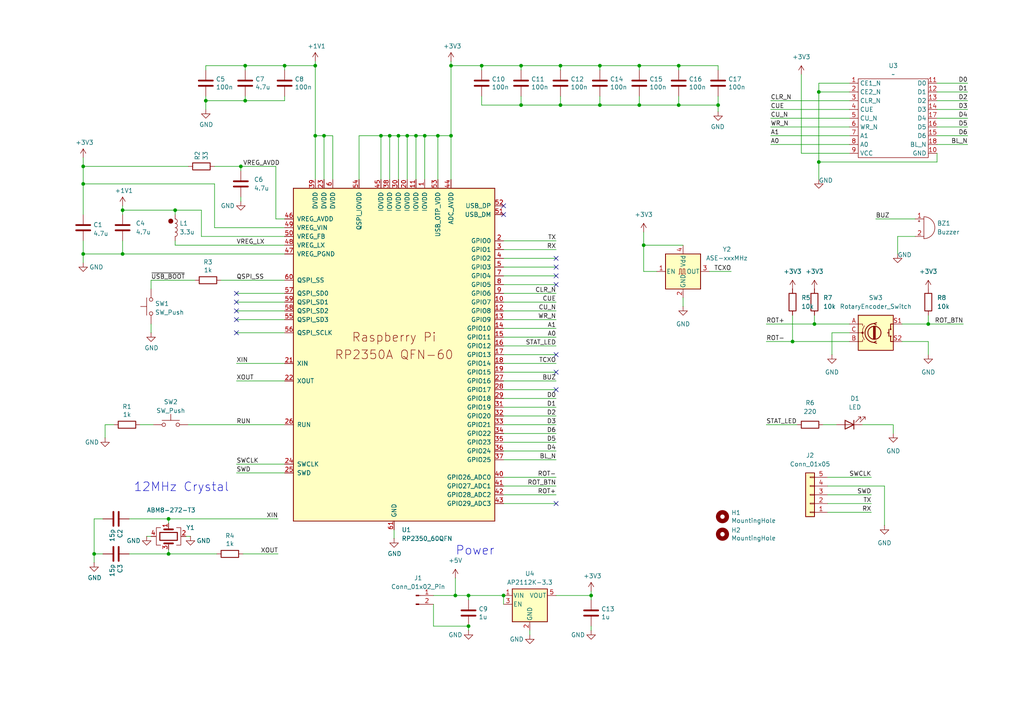
<source format=kicad_sch>
(kicad_sch (version 20250114) (generator "eeschema") (generator_version "9.0")
  (paper "A4")
  (lib_symbols
    (symbol "Connector:Conn_01x02_Pin" (pin_names (offset 1.016) (hide yes))
      (property "Reference" "J" (at 0 2.54 0))
      (property "Value" "Conn_01x02_Pin" (at 0 -5.08 0))
      (symbol "Conn_01x02_Pin_1_1"
        (rectangle (start 0.8636 0.127) (end 0 -0.127) (stroke (width 0.1524)) (fill (type outline)))
        (rectangle (start 0.8636 -2.413) (end 0 -2.667) (stroke (width 0.1524)) (fill (type outline)))
        (polyline (pts (xy 1.27 0) (xy 0.8636 0)) (stroke (width 0.1524)))
        (polyline (pts (xy 1.27 -2.54) (xy 0.8636 -2.54)) (stroke (width 0.1524)))
        (pin passive line (at 5.08 0 180) (length 3.81) (name "Pin_1") (number "1"))
        (pin passive line (at 5.08 -2.54 180) (length 3.81) (name "Pin_2") (number "2"))
      )
    )
    (symbol "Connector_Generic:Conn_01x05" (pin_names (offset 1.016) (hide yes))
      (property "Reference" "J" (at 0 7.62 0))
      (property "Value" "Conn_01x05" (at 0 -7.62 0))
      (symbol "Conn_01x05_1_1"
        (rectangle (start -1.27 6.35) (end 1.27 -6.35) (stroke (width 0.254)) (fill (type background)))
        (rectangle (start -1.27 5.207) (end 0 4.953) (stroke (width 0.1524)))
        (rectangle (start -1.27 2.667) (end 0 2.413) (stroke (width 0.1524)))
        (rectangle (start -1.27 0.127) (end 0 -0.127) (stroke (width 0.1524)))
        (rectangle (start -1.27 -2.413) (end 0 -2.667) (stroke (width 0.1524)))
        (rectangle (start -1.27 -4.953) (end 0 -5.207) (stroke (width 0.1524)))
        (pin passive line (at -5.08 5.08 0) (length 3.81) (name "Pin_1") (number "1"))
        (pin passive line (at -5.08 2.54 0) (length 3.81) (name "Pin_2") (number "2"))
        (pin passive line (at -5.08 0 0) (length 3.81) (name "Pin_3") (number "3"))
        (pin passive line (at -5.08 -2.54 0) (length 3.81) (name "Pin_4") (number "4"))
        (pin passive line (at -5.08 -5.08 0) (length 3.81) (name "Pin_5") (number "5"))
      )
    )
    (symbol "Custom:DL2416"
      (property "Reference" "U" (at 0 0 0))
      (symbol "DL2416_0_1"
        (rectangle (start -10.16 11.43) (end 10.16 -11.43))
      )
      (symbol "DL2416_1_1"
        (pin input line (at -12.7 10.16 0) (length 2.54) (name "CE1_N") (number "1"))
        (pin input line (at -12.7 7.62 0) (length 2.54) (name "CE2_N") (number "2"))
        (pin input line (at -12.7 5.08 0) (length 2.54) (name "CLR_N") (number "3"))
        (pin input line (at -12.7 2.54 0) (length 2.54) (name "CUE") (number "4"))
        (pin input line (at -12.7 0 0) (length 2.54) (name "CU_N") (number "5"))
        (pin input line (at -12.7 -2.54 0) (length 2.54) (name "WR_N") (number "6"))
        (pin input line (at -12.7 -5.08 0) (length 2.54) (name "A1") (number "7"))
        (pin input line (at -12.7 -7.62 0) (length 2.54) (name "A0") (number "8"))
        (pin input line (at -12.7 -10.16 0) (length 2.54) (name "VCC") (number "9"))
        (pin input line (at 12.7 10.16 180) (length 2.54) (name "D0") (number "11"))
        (pin input line (at 12.7 7.62 180) (length 2.54) (name "D1") (number "12"))
        (pin input line (at 12.7 5.08 180) (length 2.54) (name "D2") (number "13"))
        (pin input line (at 12.7 2.54 180) (length 2.54) (name "D3") (number "14"))
        (pin input line (at 12.7 0 180) (length 2.54) (name "D4") (number "17"))
        (pin input line (at 12.7 -2.54 180) (length 2.54) (name "D5") (number "16"))
        (pin input line (at 12.7 -5.08 180) (length 2.54) (name "D6") (number "15"))
        (pin input line (at 12.7 -7.62 180) (length 2.54) (name "BL_N") (number "18"))
        (pin input line (at 12.7 -10.16 180) (length 2.54) (name "GND") (number "10"))
      )
    )
    (symbol "Device:Buzzer" (pin_names (offset 0.0254) (hide yes))
      (property "Reference" "BZ" (at 3.81 1.27 0))
      (property "Value" "Buzzer" (at 3.81 -1.27 0))
      (symbol "Buzzer_0_1"
        (polyline (pts (xy -1.651 1.905) (xy -1.143 1.905)))
        (polyline (pts (xy -1.397 2.159) (xy -1.397 1.651)))
        (arc (start 0 3.175) (mid 3.1612 0) (end 0 -3.175))
        (polyline (pts (xy 0 3.175) (xy 0 -3.175)))
      )
      (symbol "Buzzer_1_1"
        (pin passive line (at -2.54 2.54 0) (length 2.54) (name "+") (number "1"))
        (pin passive line (at -2.54 -2.54 0) (length 2.54) (name "-") (number "2"))
      )
    )
    (symbol "Device:C" (pin_numbers (hide yes)) (pin_names (offset 0.254))
      (property "Reference" "C" (at 0.635 2.54 0))
      (property "Value" "C" (at 0.635 -2.54 0))
      (symbol "C_0_1"
        (polyline (pts (xy -2.032 0.762) (xy 2.032 0.762)) (stroke (width 0.508)))
        (polyline (pts (xy -2.032 -0.762) (xy 2.032 -0.762)) (stroke (width 0.508)))
      )
      (symbol "C_1_1"
        (pin passive line (at 0 3.81 270) (length 2.794) (name "~") (number "1"))
        (pin passive line (at 0 -3.81 90) (length 2.794) (name "~") (number "2"))
      )
    )
    (symbol "Device:Crystal_GND24" (pin_names (offset 1.016) (hide yes))
      (property "Reference" "Y" (at 3.175 5.08 0))
      (property "Value" "Crystal_GND24" (at 3.175 3.175 0))
      (symbol "Crystal_GND24_0_1"
        (polyline (pts (xy -2.54 2.286) (xy -2.54 3.556) (xy 2.54 3.556) (xy 2.54 2.286)))
        (polyline (pts (xy -2.54 0) (xy -2.032 0)))
        (polyline (pts (xy -2.54 -2.286) (xy -2.54 -3.556) (xy 2.54 -3.556) (xy 2.54 -2.286)))
        (polyline (pts (xy -2.032 -1.27) (xy -2.032 1.27)) (stroke (width 0.508)))
        (rectangle (start -1.143 2.54) (end 1.143 -2.54) (stroke (width 0.3048)))
        (polyline (pts (xy 0 3.556) (xy 0 3.81)))
        (polyline (pts (xy 0 -3.81) (xy 0 -3.556)))
        (polyline (pts (xy 2.032 0) (xy 2.54 0)))
        (polyline (pts (xy 2.032 -1.27) (xy 2.032 1.27)) (stroke (width 0.508)))
      )
      (symbol "Crystal_GND24_1_1"
        (pin passive line (at -3.81 0 0) (length 1.27) (name "1") (number "1"))
        (pin passive line (at 0 5.08 270) (length 1.27) (name "2") (number "2"))
        (pin passive line (at 0 -5.08 90) (length 1.27) (name "4") (number "4"))
        (pin passive line (at 3.81 0 180) (length 1.27) (name "3") (number "3"))
      )
    )
    (symbol "Device:L" (pin_numbers (hide yes)) (pin_names (offset 1.016) (hide yes))
      (property "Reference" "L" (at -1.27 0 90))
      (property "Value" "L" (at 1.905 0 90))
      (symbol "L_0_1"
        (arc (start 0 2.54) (mid 0.6323 1.905) (end 0 1.27))
        (arc (start 0 1.27) (mid 0.6323 0.635) (end 0 0))
        (arc (start 0 0) (mid 0.6323 -0.635) (end 0 -1.27))
        (arc (start 0 -1.27) (mid 0.6323 -1.905) (end 0 -2.54))
      )
      (symbol "L_1_1"
        (pin passive line (at 0 3.81 270) (length 1.27) (name "1") (number "1"))
        (pin passive line (at 0 -3.81 90) (length 1.27) (name "2") (number "2"))
      )
    )
    (symbol "Device:LED" (pin_numbers (hide yes)) (pin_names (offset 1.016) (hide yes))
      (property "Reference" "D" (at 0 2.54 0))
      (property "Value" "LED" (at 0 -2.54 0))
      (symbol "LED_0_1"
        (polyline (pts (xy -3.048 -0.762) (xy -4.572 -2.286) (xy -3.81 -2.286) (xy -4.572 -2.286) (xy -4.572 -1.524)))
        (polyline (pts (xy -1.778 -0.762) (xy -3.302 -2.286) (xy -2.54 -2.286) (xy -3.302 -2.286) (xy -3.302 -1.524)))
        (polyline (pts (xy -1.27 0) (xy 1.27 0)))
        (polyline (pts (xy -1.27 -1.27) (xy -1.27 1.27)) (stroke (width 0.254)))
        (polyline (pts (xy 1.27 -1.27) (xy 1.27 1.27) (xy -1.27 0) (xy 1.27 -1.27)) (stroke (width 0.254)))
      )
      (symbol "LED_1_1"
        (pin passive line (at -3.81 0 0) (length 2.54) (name "K") (number "1"))
        (pin passive line (at 3.81 0 180) (length 2.54) (name "A") (number "2"))
      )
    )
    (symbol "Device:R" (pin_numbers (hide yes)) (pin_names (offset 0))
      (property "Reference" "R" (at 2.032 0 90))
      (property "Value" "R" (at 0 0 90))
      (symbol "R_0_1"
        (rectangle (start -1.016 -2.54) (end 1.016 2.54) (stroke (width 0.254)))
      )
      (symbol "R_1_1"
        (pin passive line (at 0 3.81 270) (length 1.27) (name "~") (number "1"))
        (pin passive line (at 0 -3.81 90) (length 1.27) (name "~") (number "2"))
      )
    )
    (symbol "Device:RotaryEncoder_Switch" (pin_names (offset 0.254) (hide yes))
      (property "Reference" "SW" (at 0 6.604 0))
      (property "Value" "RotaryEncoder_Switch" (at 0 -6.604 0))
      (symbol "RotaryEncoder_Switch_0_1"
        (rectangle (start -5.08 5.08) (end 5.08 -5.08) (stroke (width 0.254)) (fill (type background)))
        (polyline (pts (xy -5.08 2.54) (xy -3.81 2.54) (xy -3.81 2.032)))
        (polyline (pts (xy -5.08 0) (xy -3.81 0) (xy -3.81 -1.016) (xy -3.302 -2.032)))
        (polyline (pts (xy -5.08 -2.54) (xy -3.81 -2.54) (xy -3.81 -2.032)))
        (polyline (pts (xy -4.318 0) (xy -3.81 0) (xy -3.81 1.016) (xy -3.302 2.032)))
        (circle (center -3.81 0) (radius 0.254) (fill (type outline)))
        (polyline (pts (xy -0.635 -1.778) (xy -0.635 1.778)) (stroke (width 0.254)))
        (circle (center -0.381 0) (radius 1.905) (stroke (width 0.254)))
        (polyline (pts (xy -0.381 -1.778) (xy -0.381 1.778)) (stroke (width 0.254)))
        (arc (start -0.381 -2.794) (mid -3.0988 -0.0635) (end -0.381 2.667) (stroke (width 0.254)))
        (polyline (pts (xy -0.127 1.778) (xy -0.127 -1.778)) (stroke (width 0.254)))
        (polyline (pts (xy 0.254 2.921) (xy -0.508 2.667) (xy 0.127 2.286)) (stroke (width 0.254)))
        (polyline (pts (xy 0.254 -3.048) (xy -0.508 -2.794) (xy 0.127 -2.413)) (stroke (width 0.254)))
        (polyline (pts (xy 3.81 1.016) (xy 3.81 -1.016)) (stroke (width 0.254)))
        (polyline (pts (xy 3.81 0) (xy 3.429 0)) (stroke (width 0.254)))
        (circle (center 4.318 1.016) (radius 0.127) (stroke (width 0.254)))
        (circle (center 4.318 -1.016) (radius 0.127) (stroke (width 0.254)))
        (polyline (pts (xy 5.08 2.54) (xy 4.318 2.54) (xy 4.318 1.016)) (stroke (width 0.254)))
        (polyline (pts (xy 5.08 -2.54) (xy 4.318 -2.54) (xy 4.318 -1.016)) (stroke (width 0.254)))
      )
      (symbol "RotaryEncoder_Switch_1_1"
        (pin passive line (at -7.62 2.54 0) (length 2.54) (name "A") (number "A"))
        (pin passive line (at -7.62 0 0) (length 2.54) (name "C") (number "C"))
        (pin passive line (at -7.62 -2.54 0) (length 2.54) (name "B") (number "B"))
        (pin passive line (at 7.62 2.54 180) (length 2.54) (name "S1") (number "S1"))
        (pin passive line (at 7.62 -2.54 180) (length 2.54) (name "S2") (number "S2"))
      )
    )
    (symbol "MCU_RaspberryPi_RP2350:RP2350_60QFN" (pin_names (offset 1.016))
      (property "Reference" "U" (at -29.21 49.53 0))
      (property "Value" "RP2350_60QFN" (at 24.13 -49.53 0))
      (symbol "RP2350_60QFN_0_0"
        (text "Raspberry Pi" (at 0 5.08 0) (effects (font (size 2.54 2.54))))
      )
      (symbol "RP2350_60QFN_0_1"
        (rectangle (start 29.21 48.26) (end -29.21 -48.26) (stroke (width 0.254)) (fill (type background)))
      )
      (symbol "RP2350_60QFN_1_0"
        (text "RP2350A QFN-60" (at 0 0 0) (effects (font (size 2.54 2.54))))
      )
      (symbol "RP2350_60QFN_1_1"
        (pin power_in line (at -31.75 39.37 0) (length 2.54) (name "VREG_AVDD") (number "46"))
        (pin power_in line (at -31.75 36.83 0) (length 2.54) (name "VREG_VIN") (number "49"))
        (pin input line (at -31.75 34.29 0) (length 2.54) (name "VREG_FB") (number "50"))
        (pin power_out line (at -31.75 31.75 0) (length 2.54) (name "VREG_LX") (number "48"))
        (pin power_in line (at -31.75 29.21 0) (length 2.54) (name "VREG_PGND") (number "47"))
        (pin bidirectional line (at -31.75 21.59 0) (length 2.54) (name "QSPI_SS") (number "60"))
        (pin bidirectional line (at -31.75 17.78 0) (length 2.54) (name "QSPI_SD0") (number "57"))
        (pin bidirectional line (at -31.75 15.24 0) (length 2.54) (name "QSPI_SD1") (number "59"))
        (pin bidirectional line (at -31.75 12.7 0) (length 2.54) (name "QSPI_SD2") (number "58"))
        (pin bidirectional line (at -31.75 10.16 0) (length 2.54) (name "QSPI_SD3") (number "55"))
        (pin output line (at -31.75 6.35 0) (length 2.54) (name "QSPI_SCLK") (number "56"))
        (pin input line (at -31.75 -2.54 0) (length 2.54) (name "XIN") (number "21"))
        (pin passive line (at -31.75 -7.62 0) (length 2.54) (name "XOUT") (number "22"))
        (pin input line (at -31.75 -20.32 0) (length 2.54) (name "RUN") (number "26"))
        (pin output line (at -31.75 -31.75 0) (length 2.54) (name "SWCLK") (number "24"))
        (pin bidirectional line (at -31.75 -34.29 0) (length 2.54) (name "SWD") (number "25"))
        (pin power_in line (at -22.86 50.8 270) (length 2.54) (name "DVDD") (number "39"))
        (pin power_in line (at -20.32 50.8 270) (length 2.54) (name "DVDD") (number "23"))
        (pin power_in line (at -17.78 50.8 270) (length 2.54) (name "DVDD") (number "6"))
        (pin power_in line (at -10.16 50.8 270) (length 2.54) (name "QSPI_IOVDD") (number "54"))
        (pin power_in line (at -3.81 50.8 270) (length 2.54) (name "IOVDD") (number "45"))
        (pin power_in line (at -1.27 50.8 270) (length 2.54) (name "IOVDD") (number "38"))
        (pin power_in line (at 0 -50.8 90) (length 2.54) (name "GND") (number "61"))
        (pin power_in line (at 1.27 50.8 270) (length 2.54) (name "IOVDD") (number "30"))
        (pin power_in line (at 3.81 50.8 270) (length 2.54) (name "IOVDD") (number "20"))
        (pin power_in line (at 6.35 50.8 270) (length 2.54) (name "IOVDD") (number "11"))
        (pin power_in line (at 8.89 50.8 270) (length 2.54) (name "IOVDD") (number "1"))
        (pin power_in line (at 12.7 50.8 270) (length 2.54) (name "USB_OTP_VDD") (number "53"))
        (pin power_in line (at 16.51 50.8 270) (length 2.54) (name "ADC_AVDD") (number "44"))
        (pin bidirectional line (at 31.75 43.18 180) (length 2.54) (name "USB_DP") (number "52"))
        (pin bidirectional line (at 31.75 40.64 180) (length 2.54) (name "USB_DM") (number "51"))
        (pin bidirectional line (at 31.75 33.02 180) (length 2.54) (name "GPIO0") (number "2"))
        (pin bidirectional line (at 31.75 30.48 180) (length 2.54) (name "GPIO1") (number "3"))
        (pin bidirectional line (at 31.75 27.94 180) (length 2.54) (name "GPIO2") (number "4"))
        (pin bidirectional line (at 31.75 25.4 180) (length 2.54) (name "GPIO3") (number "5"))
        (pin bidirectional line (at 31.75 22.86 180) (length 2.54) (name "GPIO4") (number "7"))
        (pin bidirectional line (at 31.75 20.32 180) (length 2.54) (name "GPIO5") (number "8"))
        (pin bidirectional line (at 31.75 17.78 180) (length 2.54) (name "GPIO6") (number "9"))
        (pin bidirectional line (at 31.75 15.24 180) (length 2.54) (name "GPIO7") (number "10"))
        (pin bidirectional line (at 31.75 12.7 180) (length 2.54) (name "GPIO8") (number "12"))
        (pin bidirectional line (at 31.75 10.16 180) (length 2.54) (name "GPIO9") (number "13"))
        (pin bidirectional line (at 31.75 7.62 180) (length 2.54) (name "GPIO10") (number "14"))
        (pin bidirectional line (at 31.75 5.08 180) (length 2.54) (name "GPIO11") (number "15"))
        (pin bidirectional line (at 31.75 2.54 180) (length 2.54) (name "GPIO12") (number "16"))
        (pin bidirectional line (at 31.75 0 180) (length 2.54) (name "GPIO13") (number "17"))
        (pin bidirectional line (at 31.75 -2.54 180) (length 2.54) (name "GPIO14") (number "18"))
        (pin bidirectional line (at 31.75 -5.08 180) (length 2.54) (name "GPIO15") (number "19"))
        (pin bidirectional line (at 31.75 -7.62 180) (length 2.54) (name "GPIO16") (number "27"))
        (pin bidirectional line (at 31.75 -10.16 180) (length 2.54) (name "GPIO17") (number "28"))
        (pin bidirectional line (at 31.75 -12.7 180) (length 2.54) (name "GPIO18") (number "29"))
        (pin bidirectional line (at 31.75 -15.24 180) (length 2.54) (name "GPIO19") (number "31"))
        (pin bidirectional line (at 31.75 -17.78 180) (length 2.54) (name "GPIO20") (number "32"))
        (pin bidirectional line (at 31.75 -20.32 180) (length 2.54) (name "GPIO21") (number "33"))
        (pin bidirectional line (at 31.75 -22.86 180) (length 2.54) (name "GPIO22") (number "34"))
        (pin bidirectional line (at 31.75 -25.4 180) (length 2.54) (name "GPIO23") (number "35"))
        (pin bidirectional line (at 31.75 -27.94 180) (length 2.54) (name "GPIO24") (number "36"))
        (pin bidirectional line (at 31.75 -30.48 180) (length 2.54) (name "GPIO25") (number "37"))
        (pin bidirectional line (at 31.75 -35.56 180) (length 2.54) (name "GPIO26_ADC0") (number "40"))
        (pin bidirectional line (at 31.75 -38.1 180) (length 2.54) (name "GPIO27_ADC1") (number "41"))
        (pin bidirectional line (at 31.75 -40.64 180) (length 2.54) (name "GPIO28_ADC2") (number "42"))
        (pin bidirectional line (at 31.75 -43.18 180) (length 2.54) (name "GPIO29_ADC3") (number "43"))
      )
    )
    (symbol "Mechanical:MountingHole" (pin_names (offset 1.016))
      (property "Reference" "H" (at 0 5.08 0))
      (property "Value" "MountingHole" (at 0 3.175 0))
      (symbol "MountingHole_0_1"
        (circle (center 0 0) (radius 1.27) (stroke (width 1.27)))
      )
    )
    (symbol "Oscillator:ASE-xxxMHz" (pin_names (offset 0.254))
      (property "Reference" "Y" (at -5.08 6.35 0))
      (property "Value" "ASE-xxxMHz" (at 1.27 -6.35 0))
      (symbol "ASE-xxxMHz_0_1"
        (rectangle (start -5.08 5.08) (end 5.08 -5.08) (stroke (width 0.254)) (fill (type background)))
        (polyline (pts (xy -1.27 -0.762) (xy -1.016 -0.762) (xy -1.016 0.762) (xy -0.508 0.762) (xy -0.508 -0.762) (xy 0 -0.762) (xy 0 0.762) (xy 0.508 0.762) (xy 0.508 -0.762) (xy 0.762 -0.762)))
      )
      (symbol "ASE-xxxMHz_1_1"
        (pin input line (at -7.62 0 0) (length 2.54) (name "EN") (number "1"))
        (pin power_in line (at 0 7.62 270) (length 2.54) (name "Vdd") (number "4"))
        (pin power_in line (at 0 -7.62 90) (length 2.54) (name "GND") (number "2"))
        (pin output line (at 7.62 0 180) (length 2.54) (name "OUT") (number "3"))
      )
    )
    (symbol "Regulator_Linear:AP2112K-3.3" (pin_names (offset 0.254))
      (property "Reference" "U" (at -5.08 5.715 0))
      (property "Value" "AP2112K-3.3" (at 0 5.715 0))
      (symbol "AP2112K-3.3_0_1"
        (rectangle (start -5.08 4.445) (end 5.08 -5.08) (stroke (width 0.254)) (fill (type background)))
      )
      (symbol "AP2112K-3.3_1_1"
        (pin power_in line (at -7.62 2.54 0) (length 2.54) (name "VIN") (number "1"))
        (pin input line (at -7.62 0 0) (length 2.54) (name "EN") (number "3"))
        (pin power_in line (at 0 -7.62 90) (length 2.54) (name "GND") (number "2"))
        (pin no_connect line (at 5.08 0 180) (length 2.54) (hide yes) (name "NC") (number "4"))
        (pin power_out line (at 7.62 2.54 180) (length 2.54) (name "VOUT") (number "5"))
      )
    )
    (symbol "Switch:SW_Push" (pin_numbers (hide yes)) (pin_names (offset 1.016) (hide yes))
      (property "Reference" "SW" (at 1.27 2.54 0))
      (property "Value" "SW_Push" (at 0 -1.524 0))
      (symbol "SW_Push_0_1"
        (circle (center -2.032 0) (radius 0.508))
        (polyline (pts (xy 0 1.27) (xy 0 3.048)))
        (circle (center 2.032 0) (radius 0.508))
        (polyline (pts (xy 2.54 1.27) (xy -2.54 1.27)))
        (pin passive line (at -5.08 0 0) (length 2.54) (name "1") (number "1"))
        (pin passive line (at 5.08 0 180) (length 2.54) (name "2") (number "2"))
      )
    )
    (symbol "power:+1V1" (power) (pin_names (offset 0))
      (property "Value" "+1V1" (at 0 3.556 0))
      (symbol "+1V1_0_1"
        (polyline (pts (xy -0.762 1.27) (xy 0 2.54)))
        (polyline (pts (xy 0 2.54) (xy 0.762 1.27)))
        (polyline (pts (xy 0 0) (xy 0 2.54)))
      )
      (symbol "+1V1_1_1"
        (pin power_in line (at 0 0 90) (length 0) (hide yes) (name "+1V1") (number "1"))
      )
    )
    (symbol "power:+3V3" (power) (pin_numbers (hide yes)) (pin_names (offset 0) (hide yes))
      (property "Value" "+3V3" (at 0 3.556 0))
      (symbol "+3V3_0_1"
        (polyline (pts (xy -0.762 1.27) (xy 0 2.54)))
        (polyline (pts (xy 0 2.54) (xy 0.762 1.27)))
        (polyline (pts (xy 0 0) (xy 0 2.54)))
      )
      (symbol "+3V3_1_1"
        (pin power_in line (at 0 0 90) (length 0) (name "~") (number "1"))
      )
    )
    (symbol "power:+5V" (power) (pin_numbers (hide yes)) (pin_names (offset 0) (hide yes))
      (property "Value" "+5V" (at 0 3.556 0))
      (symbol "+5V_0_1"
        (polyline (pts (xy -0.762 1.27) (xy 0 2.54)))
        (polyline (pts (xy 0 2.54) (xy 0.762 1.27)))
        (polyline (pts (xy 0 0) (xy 0 2.54)))
      )
      (symbol "+5V_1_1"
        (pin power_in line (at 0 0 90) (length 0) (name "~") (number "1"))
      )
    )
    (symbol "power:GND" (power) (pin_numbers (hide yes)) (pin_names (offset 0) (hide yes))
      (property "Value" "GND" (at 0 -3.81 0))
      (symbol "GND_0_1"
        (polyline (pts (xy 0 0) (xy 0 -1.27) (xy 1.27 -1.27) (xy 0 -2.54) (xy -1.27 -1.27) (xy 0 -1.27)))
      )
      (symbol "GND_1_1"
        (pin power_in line (at 0 0 270) (length 0) (name "~") (number "1"))
      )
    )
  )
  (circle (center 49.53 64.135) (radius 0.635) (stroke (width 0) (color 132 0 0 1)) (fill (type color) (color 132 0 0 1)))
  (text "12MHz Crystal" (at 38.735 142.875 0) (effects (font (size 2.54 2.54)) (justify left bottom)))
  (text "Power" (at 132.08 161.29 0) (effects (font (size 2.54 2.54)) (justify left bottom)))
  (junction (at 135.89 172.72))
  (junction (at 236.22 93.98))
  (junction (at 50.8 60.96))
  (junction (at 269.24 93.98))
  (junction (at 24.13 73.66))
  (junction (at 113.03 39.37))
  (junction (at 146.05 172.72))
  (junction (at 208.28 30.48))
  (junction (at 24.13 48.26))
  (junction (at 237.49 46.99))
  (junction (at 151.13 19.05))
  (junction (at 118.11 39.37))
  (junction (at 185.42 19.05))
  (junction (at 196.85 30.48))
  (junction (at 27.305 160.655))
  (junction (at 71.12 19.05))
  (junction (at 186.69 71.12))
  (junction (at 196.85 19.05))
  (junction (at 115.57 39.37))
  (junction (at 130.81 39.37))
  (junction (at 48.895 160.655))
  (junction (at 127 39.37))
  (junction (at 162.56 30.48))
  (junction (at 91.44 39.37))
  (junction (at 171.45 172.72))
  (junction (at 151.13 30.48))
  (junction (at 229.87 99.06))
  (junction (at 173.99 19.05))
  (junction (at 48.895 150.495))
  (junction (at 185.42 30.48))
  (junction (at 173.99 30.48))
  (junction (at 123.19 39.37))
  (junction (at 24.13 53.34))
  (junction (at 130.81 19.05))
  (junction (at 35.56 60.96))
  (junction (at 110.49 39.37))
  (junction (at 82.55 19.05))
  (junction (at 135.89 181.61))
  (junction (at 162.56 19.05))
  (junction (at 35.56 73.66))
  (junction (at 93.98 39.37))
  (junction (at 91.44 19.05))
  (junction (at 120.65 39.37))
  (junction (at 59.69 29.21))
  (junction (at 69.85 48.26))
  (junction (at 139.7 19.05))
  (junction (at 71.12 29.21))
  (junction (at 237.49 26.67))
  (junction (at 132.08 172.72))
  (no_connect (at 68.58 85.09))
  (no_connect (at 68.58 87.63))
  (no_connect (at 161.29 146.05))
  (no_connect (at 146.05 62.23))
  (no_connect (at 161.29 107.95))
  (no_connect (at 68.58 90.17))
  (no_connect (at 161.29 113.03))
  (no_connect (at 146.05 59.69))
  (no_connect (at 68.58 92.71))
  (no_connect (at 161.29 80.01))
  (no_connect (at 161.29 74.93))
  (no_connect (at 161.29 102.87))
  (no_connect (at 68.58 96.52))
  (no_connect (at 161.29 82.55))
  (no_connect (at 161.29 77.47))
  (wire (pts (xy 208.28 20.32) (xy 208.28 19.05)))
  (wire (pts (xy 146.05 87.63) (xy 161.29 87.63)))
  (wire (pts (xy 110.49 52.07) (xy 110.49 39.37)))
  (wire (pts (xy 37.465 150.495) (xy 48.895 150.495)))
  (wire (pts (xy 104.14 39.37) (xy 110.49 39.37)))
  (wire (pts (xy 115.57 39.37) (xy 118.11 39.37)))
  (wire (pts (xy 139.7 20.32) (xy 139.7 19.05)))
  (wire (pts (xy 71.12 20.32) (xy 71.12 19.05)))
  (wire (pts (xy 24.13 48.26) (xy 24.13 53.34)))
  (wire (pts (xy 33.02 123.19) (xy 30.48 123.19)))
  (wire (pts (xy 173.99 20.32) (xy 173.99 19.05)))
  (wire (pts (xy 229.87 99.06) (xy 246.38 99.06)))
  (wire (pts (xy 24.13 73.66) (xy 35.56 73.66)))
  (wire (pts (xy 59.69 27.94) (xy 59.69 29.21)))
  (wire (pts (xy 120.65 52.07) (xy 120.65 39.37)))
  (wire (pts (xy 146.05 110.49) (xy 161.29 110.49)))
  (wire (pts (xy 250.19 123.19) (xy 259.08 123.19)))
  (wire (pts (xy 71.12 19.05) (xy 82.55 19.05)))
  (wire (pts (xy 82.55 134.62) (xy 68.58 134.62)))
  (wire (pts (xy 223.52 34.29) (xy 246.38 34.29)))
  (wire (pts (xy 24.13 45.72) (xy 24.13 48.26)))
  (wire (pts (xy 271.78 41.91) (xy 280.67 41.91)))
  (wire (pts (xy 127 39.37) (xy 130.81 39.37)))
  (wire (pts (xy 196.85 30.48) (xy 208.28 30.48)))
  (wire (pts (xy 241.3 96.52) (xy 241.3 102.87)))
  (wire (pts (xy 146.05 172.72) (xy 135.89 172.72)))
  (wire (pts (xy 123.19 39.37) (xy 127 39.37)))
  (wire (pts (xy 256.54 140.97) (xy 256.54 152.4)))
  (wire (pts (xy 135.89 181.61) (xy 135.89 182.88)))
  (wire (pts (xy 146.05 133.35) (xy 161.29 133.35)))
  (wire (pts (xy 69.85 48.26) (xy 80.01 48.26)))
  (wire (pts (xy 186.69 71.12) (xy 186.69 78.74)))
  (wire (pts (xy 146.05 69.85) (xy 161.29 69.85)))
  (wire (pts (xy 151.13 19.05) (xy 162.56 19.05)))
  (wire (pts (xy 127 52.07) (xy 127 39.37)))
  (wire (pts (xy 68.58 85.09) (xy 82.55 85.09)))
  (wire (pts (xy 132.08 172.72) (xy 135.89 172.72)))
  (wire (pts (xy 196.85 27.94) (xy 196.85 30.48)))
  (wire (pts (xy 35.56 62.23) (xy 35.56 60.96)))
  (wire (pts (xy 37.465 160.655) (xy 48.895 160.655)))
  (wire (pts (xy 91.44 19.05) (xy 91.44 39.37)))
  (wire (pts (xy 146.05 146.05) (xy 161.29 146.05)))
  (wire (pts (xy 196.85 30.48) (xy 185.42 30.48)))
  (wire (pts (xy 104.14 52.07) (xy 104.14 39.37)))
  (wire (pts (xy 30.48 123.19) (xy 30.48 127)))
  (wire (pts (xy 237.49 24.13) (xy 237.49 26.67)))
  (wire (pts (xy 229.87 91.44) (xy 229.87 99.06)))
  (wire (pts (xy 146.05 80.01) (xy 161.29 80.01)))
  (wire (pts (xy 93.98 52.07) (xy 93.98 39.37)))
  (wire (pts (xy 146.05 105.41) (xy 161.29 105.41)))
  (wire (pts (xy 82.55 20.32) (xy 82.55 19.05)))
  (wire (pts (xy 146.05 115.57) (xy 161.29 115.57)))
  (wire (pts (xy 162.56 27.94) (xy 162.56 30.48)))
  (wire (pts (xy 70.485 160.655) (xy 80.645 160.655)))
  (wire (pts (xy 82.55 19.05) (xy 91.44 19.05)))
  (wire (pts (xy 223.52 39.37) (xy 246.38 39.37)))
  (wire (pts (xy 114.3 153.67) (xy 114.3 156.21)))
  (wire (pts (xy 43.815 81.28) (xy 43.815 83.82)))
  (wire (pts (xy 59.69 29.21) (xy 71.12 29.21)))
  (wire (pts (xy 171.45 173.99) (xy 171.45 172.72)))
  (wire (pts (xy 271.78 34.29) (xy 280.67 34.29)))
  (wire (pts (xy 146.05 102.87) (xy 161.29 102.87)))
  (wire (pts (xy 115.57 52.07) (xy 115.57 39.37)))
  (wire (pts (xy 96.52 39.37) (xy 96.52 52.07)))
  (wire (pts (xy 271.78 46.99) (xy 271.78 44.45)))
  (wire (pts (xy 59.69 19.05) (xy 71.12 19.05)))
  (wire (pts (xy 205.74 78.74) (xy 212.09 78.74)))
  (wire (pts (xy 173.99 27.94) (xy 173.99 30.48)))
  (wire (pts (xy 240.03 143.51) (xy 252.73 143.51)))
  (wire (pts (xy 271.78 31.75) (xy 280.67 31.75)))
  (wire (pts (xy 35.56 69.85) (xy 35.56 73.66)))
  (wire (pts (xy 24.13 69.85) (xy 24.13 73.66)))
  (wire (pts (xy 186.69 71.12) (xy 198.12 71.12)))
  (wire (pts (xy 185.42 19.05) (xy 196.85 19.05)))
  (wire (pts (xy 261.62 93.98) (xy 269.24 93.98)))
  (wire (pts (xy 222.25 99.06) (xy 229.87 99.06)))
  (wire (pts (xy 43.815 93.98) (xy 43.815 96.52)))
  (wire (pts (xy 238.76 123.19) (xy 242.57 123.19)))
  (wire (pts (xy 27.305 160.655) (xy 27.305 163.195)))
  (wire (pts (xy 185.42 20.32) (xy 185.42 19.05)))
  (wire (pts (xy 82.55 137.16) (xy 68.58 137.16)))
  (wire (pts (xy 130.81 39.37) (xy 130.81 52.07)))
  (wire (pts (xy 146.05 107.95) (xy 161.29 107.95)))
  (wire (pts (xy 91.44 39.37) (xy 91.44 52.07)))
  (wire (pts (xy 42.545 155.575) (xy 43.815 155.575)))
  (wire (pts (xy 48.895 150.495) (xy 80.645 150.495)))
  (wire (pts (xy 171.45 172.72) (xy 171.45 171.45)))
  (wire (pts (xy 71.12 29.21) (xy 82.55 29.21)))
  (wire (pts (xy 93.98 39.37) (xy 96.52 39.37)))
  (wire (pts (xy 151.13 27.94) (xy 151.13 30.48)))
  (wire (pts (xy 24.13 48.26) (xy 54.61 48.26)))
  (wire (pts (xy 71.12 27.94) (xy 71.12 29.21)))
  (wire (pts (xy 58.42 68.58) (xy 58.42 60.96)))
  (wire (pts (xy 146.05 123.19) (xy 161.29 123.19)))
  (wire (pts (xy 48.895 160.655) (xy 62.865 160.655)))
  (wire (pts (xy 146.05 143.51) (xy 161.29 143.51)))
  (wire (pts (xy 50.8 60.96) (xy 50.8 62.23)))
  (wire (pts (xy 118.11 52.07) (xy 118.11 39.37)))
  (wire (pts (xy 82.55 96.52) (xy 68.58 96.52)))
  (wire (pts (xy 146.05 82.55) (xy 161.29 82.55)))
  (wire (pts (xy 68.58 87.63) (xy 82.55 87.63)))
  (wire (pts (xy 146.05 85.09) (xy 161.29 85.09)))
  (wire (pts (xy 151.13 30.48) (xy 139.7 30.48)))
  (wire (pts (xy 68.58 105.41) (xy 82.55 105.41)))
  (wire (pts (xy 265.43 68.58) (xy 260.35 68.58)))
  (wire (pts (xy 132.08 167.64) (xy 132.08 172.72)))
  (wire (pts (xy 54.61 123.19) (xy 82.55 123.19)))
  (wire (pts (xy 259.08 123.19) (xy 259.08 125.73)))
  (wire (pts (xy 35.56 59.69) (xy 35.56 60.96)))
  (wire (pts (xy 173.99 19.05) (xy 185.42 19.05)))
  (wire (pts (xy 146.05 77.47) (xy 161.29 77.47)))
  (wire (pts (xy 82.55 110.49) (xy 68.58 110.49)))
  (wire (pts (xy 69.85 58.42) (xy 69.85 57.15)))
  (wire (pts (xy 50.8 71.12) (xy 50.8 69.85)))
  (wire (pts (xy 146.05 97.79) (xy 161.29 97.79)))
  (wire (pts (xy 146.05 125.73) (xy 161.29 125.73)))
  (wire (pts (xy 113.03 52.07) (xy 113.03 39.37)))
  (wire (pts (xy 146.05 130.81) (xy 161.29 130.81)))
  (wire (pts (xy 222.25 93.98) (xy 236.22 93.98)))
  (wire (pts (xy 186.69 78.74) (xy 190.5 78.74)))
  (wire (pts (xy 146.05 100.33) (xy 161.29 100.33)))
  (wire (pts (xy 130.81 19.05) (xy 130.81 39.37)))
  (wire (pts (xy 271.78 29.21) (xy 280.67 29.21)))
  (wire (pts (xy 146.05 74.93) (xy 161.29 74.93)))
  (wire (pts (xy 269.24 91.44) (xy 269.24 93.98)))
  (wire (pts (xy 185.42 27.94) (xy 185.42 30.48)))
  (wire (pts (xy 82.55 68.58) (xy 58.42 68.58)))
  (wire (pts (xy 125.73 175.26) (xy 125.73 181.61)))
  (wire (pts (xy 171.45 181.61) (xy 171.45 182.88)))
  (wire (pts (xy 162.56 30.48) (xy 151.13 30.48)))
  (wire (pts (xy 236.22 93.98) (xy 246.38 93.98)))
  (wire (pts (xy 240.03 138.43) (xy 252.73 138.43)))
  (wire (pts (xy 120.65 39.37) (xy 123.19 39.37)))
  (wire (pts (xy 161.29 172.72) (xy 171.45 172.72)))
  (wire (pts (xy 146.05 92.71) (xy 161.29 92.71)))
  (wire (pts (xy 146.05 140.97) (xy 161.29 140.97)))
  (wire (pts (xy 151.13 20.32) (xy 151.13 19.05)))
  (wire (pts (xy 146.05 95.25) (xy 161.29 95.25)))
  (wire (pts (xy 24.13 73.66) (xy 24.13 76.2)))
  (wire (pts (xy 68.58 90.17) (xy 82.55 90.17)))
  (wire (pts (xy 222.25 123.19) (xy 231.14 123.19)))
  (wire (pts (xy 139.7 27.94) (xy 139.7 30.48)))
  (wire (pts (xy 125.73 181.61) (xy 135.89 181.61)))
  (wire (pts (xy 223.52 31.75) (xy 246.38 31.75)))
  (wire (pts (xy 58.42 60.96) (xy 50.8 60.96)))
  (wire (pts (xy 135.89 173.99) (xy 135.89 172.72)))
  (wire (pts (xy 130.81 19.05) (xy 139.7 19.05)))
  (wire (pts (xy 196.85 19.05) (xy 208.28 19.05)))
  (wire (pts (xy 237.49 24.13) (xy 246.38 24.13)))
  (wire (pts (xy 246.38 96.52) (xy 241.3 96.52)))
  (wire (pts (xy 27.305 150.495) (xy 27.305 160.655)))
  (wire (pts (xy 56.515 81.28) (xy 43.815 81.28)))
  (wire (pts (xy 146.05 90.17) (xy 161.29 90.17)))
  (wire (pts (xy 254 63.5) (xy 265.43 63.5)))
  (wire (pts (xy 146.05 113.03) (xy 161.29 113.03)))
  (wire (pts (xy 223.52 36.83) (xy 246.38 36.83)))
  (wire (pts (xy 162.56 19.05) (xy 173.99 19.05)))
  (wire (pts (xy 208.28 30.48) (xy 208.28 32.385)))
  (wire (pts (xy 153.67 182.88) (xy 153.67 184.15)))
  (wire (pts (xy 35.56 73.66) (xy 82.55 73.66)))
  (wire (pts (xy 232.41 21.59) (xy 232.41 44.45)))
  (wire (pts (xy 198.12 86.36) (xy 198.12 88.9)))
  (wire (pts (xy 240.03 148.59) (xy 252.73 148.59)))
  (wire (pts (xy 125.73 172.72) (xy 132.08 172.72)))
  (wire (pts (xy 130.81 17.78) (xy 130.81 19.05)))
  (wire (pts (xy 69.85 48.26) (xy 69.85 49.53)))
  (wire (pts (xy 271.78 24.13) (xy 280.67 24.13)))
  (wire (pts (xy 269.24 93.98) (xy 279.4 93.98)))
  (wire (pts (xy 260.35 68.58) (xy 260.35 73.66)))
  (wire (pts (xy 237.49 46.99) (xy 237.49 52.07)))
  (wire (pts (xy 146.05 138.43) (xy 161.29 138.43)))
  (wire (pts (xy 24.13 53.34) (xy 24.13 62.23)))
  (wire (pts (xy 208.28 27.94) (xy 208.28 30.48)))
  (wire (pts (xy 113.03 39.37) (xy 115.57 39.37)))
  (wire (pts (xy 40.64 123.19) (xy 44.45 123.19)))
  (wire (pts (xy 146.05 118.11) (xy 161.29 118.11)))
  (wire (pts (xy 271.78 39.37) (xy 280.67 39.37)))
  (wire (pts (xy 80.01 63.5) (xy 82.55 63.5)))
  (wire (pts (xy 68.58 92.71) (xy 82.55 92.71)))
  (wire (pts (xy 48.895 151.765) (xy 48.895 150.495)))
  (wire (pts (xy 123.19 39.37) (xy 123.19 52.07)))
  (wire (pts (xy 269.24 99.06) (xy 269.24 102.87)))
  (wire (pts (xy 223.52 29.21) (xy 246.38 29.21)))
  (wire (pts (xy 237.49 26.67) (xy 237.49 46.99)))
  (wire (pts (xy 50.8 71.12) (xy 82.55 71.12)))
  (wire (pts (xy 240.03 146.05) (xy 252.73 146.05)))
  (wire (pts (xy 232.41 44.45) (xy 246.38 44.45)))
  (wire (pts (xy 237.49 26.67) (xy 246.38 26.67)))
  (wire (pts (xy 24.13 53.34) (xy 62.23 53.34)))
  (wire (pts (xy 53.975 155.575) (xy 55.245 155.575)))
  (wire (pts (xy 59.69 20.32) (xy 59.69 19.05)))
  (wire (pts (xy 62.23 53.34) (xy 62.23 66.04)))
  (wire (pts (xy 146.05 128.27) (xy 161.29 128.27)))
  (wire (pts (xy 62.23 66.04) (xy 82.55 66.04)))
  (wire (pts (xy 240.03 140.97) (xy 256.54 140.97)))
  (wire (pts (xy 139.7 19.05) (xy 151.13 19.05)))
  (wire (pts (xy 236.22 91.44) (xy 236.22 93.98)))
  (wire (pts (xy 271.78 26.67) (xy 280.67 26.67)))
  (wire (pts (xy 186.69 67.31) (xy 186.69 71.12)))
  (wire (pts (xy 29.845 150.495) (xy 27.305 150.495)))
  (wire (pts (xy 35.56 60.96) (xy 50.8 60.96)))
  (wire (pts (xy 82.55 81.28) (xy 64.135 81.28)))
  (wire (pts (xy 162.56 20.32) (xy 162.56 19.05)))
  (wire (pts (xy 261.62 99.06) (xy 269.24 99.06)))
  (wire (pts (xy 196.85 20.32) (xy 196.85 19.05)))
  (wire (pts (xy 146.05 72.39) (xy 161.29 72.39)))
  (wire (pts (xy 29.845 160.655) (xy 27.305 160.655)))
  (wire (pts (xy 110.49 39.37) (xy 113.03 39.37)))
  (wire (pts (xy 223.52 41.91) (xy 246.38 41.91)))
  (wire (pts (xy 62.23 48.26) (xy 69.85 48.26)))
  (wire (pts (xy 271.78 36.83) (xy 280.67 36.83)))
  (wire (pts (xy 91.44 17.78) (xy 91.44 19.05)))
  (wire (pts (xy 59.69 29.21) (xy 59.69 31.75)))
  (wire (pts (xy 146.05 172.72) (xy 146.05 175.26)))
  (wire (pts (xy 118.11 39.37) (xy 120.65 39.37)))
  (wire (pts (xy 173.99 30.48) (xy 162.56 30.48)))
  (wire (pts (xy 237.49 46.99) (xy 271.78 46.99)))
  (wire (pts (xy 185.42 30.48) (xy 173.99 30.48)))
  (wire (pts (xy 146.05 120.65) (xy 161.29 120.65)))
  (wire (pts (xy 48.895 159.385) (xy 48.895 160.655)))
  (wire (pts (xy 82.55 29.21) (xy 82.55 27.94)))
  (wire (pts (xy 93.98 39.37) (xy 91.44 39.37)))
  (wire (pts (xy 80.01 48.26) (xy 80.01 63.5)))
  (label "A1" (at 161.29 95.25 180))
  (label "SWD" (at 68.58 137.16 0))
  (label "BL_N" (at 280.67 41.91 180))
  (label "BUZ" (at 161.29 110.49 180))
  (label "D3" (at 161.29 123.19 180))
  (label "~{USB_BOOT}" (at 43.815 81.28 0))
  (label "D4" (at 280.67 34.29 180))
  (label "ROT+" (at 222.25 93.98 0))
  (label "D1" (at 280.67 26.67 180))
  (label "XOUT" (at 80.645 160.655 180))
  (label "CUE" (at 223.52 31.75 0))
  (label "STAT_LED" (at 222.25 123.19 0))
  (label "D5" (at 161.29 128.27 180))
  (label "CLR_N" (at 161.29 85.09 180))
  (label "D0" (at 161.29 115.57 180))
  (label "ROT+" (at 161.29 143.51 180))
  (label "TX" (at 252.73 146.05 180))
  (label "CLR_N" (at 223.52 29.21 0))
  (label "D3" (at 280.67 31.75 180))
  (label "D2" (at 280.67 29.21 180))
  (label "XIN" (at 68.58 105.41 0))
  (label "RX" (at 161.29 72.39 180))
  (label "SWCLK" (at 252.73 138.43 180))
  (label "TCXO" (at 161.29 105.41 180))
  (label "D1" (at 161.29 118.11 180))
  (label "TX" (at 161.29 69.85 180))
  (label "TCXO" (at 212.09 78.74 180))
  (label "RUN" (at 68.58 123.19 0))
  (label "CUE" (at 161.29 87.63 180))
  (label "ROT-" (at 222.25 99.06 0))
  (label "D4" (at 161.29 130.81 180))
  (label "D6" (at 280.67 39.37 180))
  (label "WR_N" (at 223.52 36.83 0))
  (label "ROT_BTN" (at 161.29 140.97 180))
  (label "XIN" (at 80.645 150.495 180))
  (label "RX" (at 252.73 148.59 180))
  (label "ROT-" (at 161.29 138.43 180))
  (label "BL_N" (at 161.29 133.35 180))
  (label "D2" (at 161.29 120.65 180))
  (label "CU_N" (at 161.29 90.17 180))
  (label "QSPI_SS" (at 68.58 81.28 0))
  (label "WR_N" (at 161.29 92.71 180))
  (label "ROT_BTN" (at 279.4 93.98 180))
  (label "CU_N" (at 223.52 34.29 0))
  (label "BUZ" (at 254 63.5 0))
  (label "D5" (at 280.67 36.83 180))
  (label "STAT_LED" (at 161.29 100.33 180))
  (label "VREG_AVDD" (at 70.485 48.26 0))
  (label "A1" (at 223.52 39.37 0))
  (label "D6" (at 161.29 125.73 180))
  (label "A0" (at 161.29 97.79 180))
  (label "D0" (at 280.67 24.13 180))
  (label "VREG_LX" (at 68.58 71.12 0))
  (label "XOUT" (at 68.58 110.49 0))
  (label "A0" (at 223.52 41.91 0))
  (label "SWCLK" (at 68.58 134.62 0))
  (label "SWD" (at 252.73 143.51 180))
  (symbol (lib_id "power:GND") (at 114.3 156.21 0) (unit 1)
    (property "Reference" "#PWR012" (effects (hide yes)))
    (property "Value" "GND" (at 114.427 160.6042 0))
  )
  (symbol (lib_id "power:+3V3") (at 130.81 17.78 0) (unit 1)
    (property "Reference" "#PWR013" (effects (hide yes)))
    (property "Value" "+3V3" (at 131.191 13.3858 0))
  )
  (symbol (lib_id "Device:C") (at 139.7 24.13 0) (unit 1)
    (property "Reference" "C10" (at 142.621 22.9616 0) (effects (justify left)))
    (property "Value" "100n" (at 142.621 25.273 0) (effects (justify left)))
    (property "Footprint" "Capacitor_SMD:C_0402_1005Metric" (effects (hide yes)))
  )
  (symbol (lib_id "Device:C") (at 151.13 24.13 0) (unit 1)
    (property "Reference" "C11" (at 154.051 22.9616 0) (effects (justify left)))
    (property "Value" "100n" (at 154.051 25.273 0) (effects (justify left)))
    (property "Footprint" "Capacitor_SMD:C_0402_1005Metric" (effects (hide yes)))
  )
  (symbol (lib_id "Device:C") (at 162.56 24.13 0) (unit 1)
    (property "Reference" "C12" (at 165.481 22.9616 0) (effects (justify left)))
    (property "Value" "100n" (at 165.481 25.273 0) (effects (justify left)))
    (property "Footprint" "Capacitor_SMD:C_0402_1005Metric" (effects (hide yes)))
  )
  (symbol (lib_id "Device:C") (at 173.99 24.13 0) (unit 1)
    (property "Reference" "C14" (at 176.911 22.9616 0) (effects (justify left)))
    (property "Value" "100n" (at 176.911 25.273 0) (effects (justify left)))
    (property "Footprint" "Capacitor_SMD:C_0402_1005Metric" (effects (hide yes)))
  )
  (symbol (lib_id "Device:C") (at 185.42 24.13 0) (unit 1)
    (property "Reference" "C15" (at 188.341 22.9616 0) (effects (justify left)))
    (property "Value" "100n" (at 188.341 25.273 0) (effects (justify left)))
    (property "Footprint" "Capacitor_SMD:C_0402_1005Metric" (effects (hide yes)))
  )
  (symbol (lib_id "Device:C") (at 196.85 24.13 0) (unit 1)
    (property "Reference" "C16" (at 199.771 22.9616 0) (effects (justify left)))
    (property "Value" "100n" (at 199.771 25.273 0) (effects (justify left)))
    (property "Footprint" "Capacitor_SMD:C_0402_1005Metric" (effects (hide yes)))
  )
  (symbol (lib_id "Mechanical:MountingHole") (at 209.55 149.86 0) (unit 1)
    (property "Reference" "H1" (at 212.09 148.6916 0) (effects (justify left)))
    (property "Value" "MountingHole" (at 212.09 151.003 0) (effects (justify left)))
    (property "Footprint" "MountingHole:MountingHole_2.1mm" (effects (hide yes)))
  )
  (symbol (lib_id "Mechanical:MountingHole") (at 209.55 154.94 0) (unit 1)
    (property "Reference" "H2" (at 212.09 153.7716 0) (effects (justify left)))
    (property "Value" "MountingHole" (at 212.09 156.083 0) (effects (justify left)))
    (property "Footprint" "MountingHole:MountingHole_2.1mm" (effects (hide yes)))
  )
  (symbol (lib_id "Device:C") (at 135.89 177.8 0) (unit 1)
    (property "Reference" "C9" (at 138.811 176.6316 0) (effects (justify left)))
    (property "Value" "1u" (at 138.811 178.943 0) (effects (justify left)))
    (property "Footprint" "Capacitor_SMD:C_0805_2012Metric" (effects (hide yes)))
  )
  (symbol (lib_id "Device:C") (at 171.45 177.8 0) (unit 1)
    (property "Reference" "C13" (at 174.371 176.6316 0) (effects (justify left)))
    (property "Value" "1u" (at 174.371 178.943 0) (effects (justify left)))
    (property "Footprint" "Capacitor_SMD:C_0805_2012Metric" (effects (hide yes)))
  )
  (symbol (lib_id "power:GND") (at 171.45 182.88 0) (unit 1)
    (property "Reference" "#PWR018" (effects (hide yes)))
    (property "Value" "GND" (at 167.64 184.15 0))
  )
  (symbol (lib_id "Device:R") (at 269.24 87.63 0) (unit 1)
    (property "Reference" "R8" (at 271.78 86.3599 0) (effects (justify left)))
    (property "Value" "10k" (at 271.78 88.8999 0) (effects (justify left)))
    (property "Footprint" "Resistor_SMD:R_0402_1005Metric" (effects (hide yes)))
    (property "Description" "Resistor" (effects (hide yes)))
  )
  (symbol (lib_id "power:+3V3") (at 186.69 67.31 0) (unit 1)
    (property "Reference" "#PWR019" (effects (hide yes)))
    (property "Value" "+3V3" (at 186.69 62.23 0))
    (property "Description" "Power symbol creates a global label with name \"+3V3\"" (effects (hide yes)))
  )
  (symbol (lib_id "power:+3V3") (at 24.13 45.72 0) (unit 1)
    (property "Reference" "#PWR01" (effects (hide yes)))
    (property "Value" "+3V3" (at 24.511 41.3258 0))
  )
  (symbol (lib_id "Device:C") (at 82.55 24.13 0) (unit 1)
    (property "Reference" "C8" (at 85.471 22.9616 0) (effects (justify left)))
    (property "Value" "100n" (at 85.471 25.273 0) (effects (justify left)))
    (property "Footprint" "Capacitor_SMD:C_0402_1005Metric" (effects (hide yes)))
  )
  (symbol (lib_id "Switch:SW_Push") (at 43.815 88.9 90) (unit 1)
    (property "Reference" "SW1" (at 44.958 88.0653 90) (effects (justify right)))
    (property "Value" "SW_Push" (at 44.958 90.6022 90) (effects (justify right)))
    (property "Footprint" "Button_Switch_SMD:SW_Push_1P1T_NO_Vertical_Wuerth_434133025816" (effects (hide yes)))
  )
  (symbol (lib_id "power:GND") (at 42.545 155.575 0) (unit 1)
    (property "Reference" "#PWR06" (effects (hide yes)))
    (property "Value" "GND" (at 38.735 156.845 0))
  )
  (symbol (lib_id "power:GND") (at 27.305 163.195 0) (unit 1)
    (property "Reference" "#PWR03" (effects (hide yes)))
    (property "Value" "GND" (at 27.432 167.5892 0))
  )
  (symbol (lib_id "power:+3V3") (at 236.22 83.82 0) (unit 1)
    (property "Reference" "#PWR024" (effects (hide yes)))
    (property "Value" "+3V3" (at 236.22 78.74 0))
    (property "Description" "Power symbol creates a global label with name \"+3V3\"" (effects (hide yes)))
  )
  (symbol (lib_id "power:GND") (at 43.815 96.52 0) (unit 1)
    (property "Reference" "#PWR07" (effects (hide yes)))
    (property "Value" "GND" (at 43.942 100.9142 0))
  )
  (symbol (lib_id "power:GND") (at 69.85 58.42 0) (unit 1)
    (property "Reference" "#PWR010" (effects (hide yes)))
    (property "Value" "GND" (at 66.04 59.69 0))
  )
  (symbol (lib_id "MCU_RaspberryPi_RP2350:RP2350_60QFN") (at 114.3 102.87 0) (unit 1)
    (property "Reference" "U1" (at 116.4941 153.67 0) (effects (justify left)))
    (property "Value" "RP2350_60QFN" (at 116.4941 156.21 0) (effects (justify left)))
    (property "Footprint" "RP2350_60QFN_minimal:RP2350-QFN-60-1EP_7x7_P0.4mm_EP3.4x3.4mm_ThermalVias" (effects (hide yes)))
  )
  (symbol (lib_id "Device:C") (at 208.28 24.13 0) (unit 1)
    (property "Reference" "C17" (at 211.201 22.9616 0) (effects (justify left)))
    (property "Value" "100n" (at 211.201 25.273 0) (effects (justify left)))
    (property "Footprint" "Capacitor_SMD:C_0402_1005Metric" (effects (hide yes)))
  )
  (symbol (lib_id "Device:RotaryEncoder_Switch") (at 254 96.52 0) (unit 1)
    (property "Reference" "SW3" (at 254 86.36 0))
    (property "Value" "RotaryEncoder_Switch" (at 254 88.9 0))
    (property "Footprint" "Custom:rot_encode" (effects (hide yes)))
    (property "Description" "Rotary encoder, dual channel, incremental quadrate outputs, with switch" (effects (hide yes)))
  )
  (symbol (lib_id "power:+3V3") (at 229.87 83.82 0) (unit 1)
    (property "Reference" "#PWR022" (effects (hide yes)))
    (property "Value" "+3V3" (at 229.87 78.74 0))
    (property "Description" "Power symbol creates a global label with name \"+3V3\"" (effects (hide yes)))
  )
  (symbol (lib_id "Device:R") (at 229.87 87.63 0) (unit 1)
    (property "Reference" "R5" (at 232.41 86.3599 0) (effects (justify left)))
    (property "Value" "10k" (at 232.41 88.8999 0) (effects (justify left)))
    (property "Footprint" "Resistor_SMD:R_0402_1005Metric" (effects (hide yes)))
    (property "Description" "Resistor" (effects (hide yes)))
  )
  (symbol (lib_id "Switch:SW_Push") (at 49.53 123.19 0) (unit 1)
    (property "Reference" "SW2" (at 49.53 116.5692 0))
    (property "Value" "SW_Push" (at 49.53 119.1061 0))
    (property "Footprint" "Button_Switch_SMD:SW_Push_1P1T_NO_Vertical_Wuerth_434133025816" (effects (hide yes)))
  )
  (symbol (lib_id "Device:R") (at 60.325 81.28 270) (unit 1)
    (property "Reference" "R3" (at 60.325 76.0222 90))
    (property "Value" "1k" (at 60.325 78.3336 90))
    (property "Footprint" "Resistor_SMD:R_0402_1005Metric" (effects (hide yes)))
  )
  (symbol (lib_id "power:GND") (at 256.54 152.4 0) (unit 1)
    (property "Reference" "#PWR027" (effects (hide yes)))
    (property "Value" "GND" (at 256.54 157.48 0))
    (property "Description" "Power symbol creates a global label with name \"GND\" , ground" (effects (hide yes)))
  )
  (symbol (lib_id "Device:R") (at 58.42 48.26 90) (unit 1)
    (property "Reference" "R2" (at 57.2516 46.482 0) (effects (justify left)))
    (property "Value" "33" (at 59.563 46.482 0) (effects (justify left)))
    (property "Footprint" "Resistor_SMD:R_0402_1005Metric" (effects (hide yes)))
  )
  (symbol (lib_id "power:GND") (at 135.89 182.88 0) (unit 1)
    (property "Reference" "#PWR015" (effects (hide yes)))
    (property "Value" "GND" (at 132.08 184.15 0))
  )
  (symbol (lib_id "Device:C") (at 24.13 66.04 0) (unit 1)
    (property "Reference" "C1" (at 27.051 65.2053 0) (effects (justify left)))
    (property "Value" "4.7u" (at 27.051 67.7422 0) (effects (justify left)))
    (property "Footprint" "RP2350_60QFN_minimal:C_0402_1005Metric_small_pads" (effects (hide yes)))
  )
  (symbol (lib_id "power:GND") (at 269.24 102.87 0) (unit 1)
    (property "Reference" "#PWR031" (effects (hide yes)))
    (property "Value" "GND" (at 269.24 107.95 0))
    (property "Description" "Power symbol creates a global label with name \"GND\" , ground" (effects (hide yes)))
  )
  (symbol (lib_id "power:GND") (at 55.245 155.575 0) (unit 1)
    (property "Reference" "#PWR08" (effects (hide yes)))
    (property "Value" "GND" (at 59.055 156.845 0))
  )
  (symbol (lib_id "Regulator_Linear:AP2112K-3.3") (at 153.67 175.26 0) (unit 1)
    (property "Reference" "U4" (at 153.67 166.37 0))
    (property "Value" "AP2112K-3.3" (at 153.67 168.91 0))
    (property "Footprint" "Package_TO_SOT_SMD:SOT-23-5" (effects (hide yes)))
    (property "Datasheet" "https://www.diodes.com/assets/Datasheets/AP2112.pdf" (effects (hide yes)))
    (property "Description" "600mA low dropout linear regulator, with enable pin, 3.8V-6V input voltage range, 3.3V fixed positive output, SOT-23-5" (effects (hide yes)))
  )
  (symbol (lib_id "power:GND") (at 59.69 31.75 0) (unit 1)
    (property "Reference" "#PWR09" (effects (hide yes)))
    (property "Value" "GND" (at 59.817 36.1442 0))
  )
  (symbol (lib_id "Device:R") (at 234.95 123.19 90) (unit 1)
    (property "Reference" "R6" (at 234.95 116.84 90))
    (property "Value" "220" (at 234.95 119.38 90))
    (property "Footprint" "Resistor_SMD:R_0402_1005Metric" (effects (hide yes)))
    (property "Description" "Resistor" (effects (hide yes)))
  )
  (symbol (lib_id "Device:C") (at 33.655 160.655 270) (unit 1)
    (property "Reference" "C3" (at 34.8234 163.576 0) (effects (justify left)))
    (property "Value" "15p" (at 32.512 163.576 0) (effects (justify left)))
    (property "Footprint" "Capacitor_SMD:C_0402_1005Metric" (effects (hide yes)))
  )
  (symbol (lib_id "Device:C") (at 35.56 66.04 0) (unit 1)
    (property "Reference" "C4" (at 39.37 64.77 0) (effects (justify left)))
    (property "Value" "4.7u" (at 39.37 67.31 0) (effects (justify left)))
    (property "Footprint" "RP2350_60QFN_minimal:C_0402_1005Metric_small_pads" (effects (hide yes)))
  )
  (symbol (lib_id "Device:R") (at 36.83 123.19 270) (unit 1)
    (property "Reference" "R1" (at 36.83 117.9322 90))
    (property "Value" "1k" (at 36.83 120.2436 90))
    (property "Footprint" "Resistor_SMD:R_0402_1005Metric" (effects (hide yes)))
  )
  (symbol (lib_id "Device:R") (at 236.22 87.63 0) (unit 1)
    (property "Reference" "R7" (at 238.76 86.3599 0) (effects (justify left)))
    (property "Value" "10k" (at 238.76 88.8999 0) (effects (justify left)))
    (property "Footprint" "Resistor_SMD:R_0402_1005Metric" (effects (hide yes)))
    (property "Description" "Resistor" (effects (hide yes)))
  )
  (symbol (lib_id "power:GND") (at 153.67 184.15 0) (unit 1)
    (property "Reference" "#PWR016" (effects (hide yes)))
    (property "Value" "GND" (at 149.86 185.42 0))
  )
  (symbol (lib_id "Device:C") (at 69.85 53.34 0) (unit 1)
    (property "Reference" "C6" (at 73.66 52.07 0) (effects (justify left)))
    (property "Value" "4.7u" (at 73.66 54.61 0) (effects (justify left)))
    (property "Footprint" "Capacitor_SMD:C_0402_1005Metric" (effects (hide yes)))
  )
  (symbol (lib_id "power:GND") (at 237.49 52.07 0) (unit 1)
    (property "Reference" "#PWR025" (effects (hide yes)))
    (property "Value" "GND" (at 239.522 52.324 0))
    (property "Description" "Power symbol creates a global label with name \"GND\" , ground" (effects (hide yes)))
  )
  (symbol (lib_id "power:+1V1") (at 91.44 17.78 0) (unit 1)
    (property "Reference" "#PWR011" (effects (hide yes)))
    (property "Value" "+1V1" (at 91.821 13.3858 0))
  )
  (symbol (lib_id "Device:C") (at 59.69 24.13 0) (unit 1)
    (property "Reference" "C5" (at 62.611 22.9616 0) (effects (justify left)))
    (property "Value" "100n" (at 62.611 25.273 0) (effects (justify left)))
    (property "Footprint" "Capacitor_SMD:C_0402_1005Metric" (effects (hide yes)))
  )
  (symbol (lib_id "power:+3V3") (at 269.24 83.82 0) (unit 1)
    (property "Reference" "#PWR030" (effects (hide yes)))
    (property "Value" "+3V3" (at 269.24 78.74 0))
    (property "Description" "Power symbol creates a global label with name \"+3V3\"" (effects (hide yes)))
  )
  (symbol (lib_id "Device:C") (at 71.12 24.13 0) (unit 1)
    (property "Reference" "C7" (at 74.041 22.9616 0) (effects (justify left)))
    (property "Value" "4.7u" (at 74.041 25.273 0) (effects (justify left)))
    (property "Footprint" "Capacitor_SMD:C_0402_1005Metric" (effects (hide yes)))
  )
  (symbol (lib_id "Connector:Conn_01x02_Pin") (at 120.65 172.72 0) (unit 1)
    (property "Reference" "J1" (at 121.285 167.64 0))
    (property "Value" "Conn_01x02_Pin" (at 121.285 170.18 0))
    (property "Footprint" "Connector_PinHeader_2.54mm:PinHeader_1x02_P2.54mm_Vertical" (effects (hide yes)))
    (property "Description" "Generic connector, single row, 01x02, script generated" (effects (hide yes)))
  )
  (symbol (lib_id "Device:Buzzer") (at 267.97 66.04 0) (unit 1)
    (property "Reference" "BZ1" (at 271.78 64.7699 0) (effects (justify left)))
    (property "Value" "Buzzer" (at 271.78 67.3099 0) (effects (justify left)))
    (property "Footprint" "Connector_PinHeader_1.27mm:PinHeader_1x02_P1.27mm_Vertical" (effects (hide yes)))
    (property "Description" "Buzzer, polarized" (effects (hide yes)))
  )
  (symbol (lib_id "power:+3V3") (at 232.41 21.59 0) (unit 1)
    (property "Reference" "#PWR023" (effects (hide yes)))
    (property "Value" "+3V3" (at 232.41 16.51 0))
    (property "Description" "Power symbol creates a global label with name \"+3V3\"" (effects (hide yes)))
  )
  (symbol (lib_id "power:+5V") (at 132.08 167.64 0) (unit 1)
    (property "Reference" "#PWR014" (effects (hide yes)))
    (property "Value" "+5V" (at 132.08 162.56 0))
    (property "Description" "Power symbol creates a global label with name \"+5V\"" (effects (hide yes)))
  )
  (symbol (lib_id "Device:R") (at 66.675 160.655 270) (unit 1)
    (property "Reference" "R4" (at 66.675 155.3972 90))
    (property "Value" "1k" (at 66.675 157.7086 90))
    (property "Footprint" "Resistor_SMD:R_0402_1005Metric" (effects (hide yes)))
  )
  (symbol (lib_id "power:GND") (at 241.3 102.87 0) (unit 1)
    (property "Reference" "#PWR026" (effects (hide yes)))
    (property "Value" "GND" (at 241.3 107.95 0))
    (property "Description" "Power symbol creates a global label with name \"GND\" , ground" (effects (hide yes)))
  )
  (symbol (lib_id "Device:LED") (at 246.38 123.19 180) (unit 1)
    (property "Reference" "D1" (at 247.9675 115.57 0))
    (property "Value" "LED" (at 247.9675 118.11 0))
    (property "Footprint" "LED_THT:LED_D3.0mm" (effects (hide yes)))
    (property "Description" "Light emitting diode" (effects (hide yes)))
    (property "Sim.Pins" "1=K 2=A" (effects (hide yes)))
  )
  (symbol (lib_id "Connector_Generic:Conn_01x05") (at 234.95 143.51 180) (unit 1)
    (property "Reference" "J2" (at 234.95 132.08 0))
    (property "Value" "Conn_01x05" (at 234.95 134.62 0))
    (property "Footprint" "Connector_PinHeader_2.54mm:PinHeader_1x05_P2.54mm_Vertical" (effects (hide yes)))
    (property "Description" "Generic connector, single row, 01x05, script generated (kicad-library-utils/schlib/autogen/connector/)" (effects (hide yes)))
  )
  (symbol (lib_id "Custom:DL2416") (at 259.08 34.29 0) (unit 1)
    (property "Reference" "U3" (at 259.08 19.05 0))
    (property "Value" "~" (at 259.08 21.59 0))
    (property "Footprint" "Custom:DL2416" (effects (hide yes)))
  )
  (symbol (lib_id "power:GND") (at 198.12 88.9 0) (unit 1)
    (property "Reference" "#PWR020" (effects (hide yes)))
    (property "Value" "GND" (at 198.12 93.98 0))
    (property "Description" "Power symbol creates a global label with name \"GND\" , ground" (effects (hide yes)))
  )
  (symbol (lib_id "power:GND") (at 208.28 32.385 0) (mirror y) (unit 1)
    (property "Reference" "#PWR021" (effects (hide yes)))
    (property "Value" "GND" (at 208.153 36.7792 0))
  )
  (symbol (lib_id "power:GND") (at 259.08 125.73 0) (unit 1)
    (property "Reference" "#PWR028" (effects (hide yes)))
    (property "Value" "GND" (at 259.08 130.81 0))
    (property "Description" "Power symbol creates a global label with name \"GND\" , ground" (effects (hide yes)))
  )
  (symbol (lib_id "Device:L") (at 50.8 66.04 0) (unit 1)
    (property "Reference" "L1" (at 52.07 64.77 0) (effects (justify left)))
    (property "Value" "3.3u" (at 52.07 67.31 0) (effects (justify left)))
    (property "Footprint" "RP2350_60QFN_minimal:L_pol_2016" (effects (hide yes)))
  )
  (symbol (lib_id "Device:Crystal_GND24") (at 48.895 155.575 270) (unit 1)
    (property "Reference" "Y1" (at 53.975 153.035 90) (effects (justify left)))
    (property "Value" "ABM8-272-T3" (at 42.545 147.955 90) (effects (justify left)))
    (property "Footprint" "Crystal:Crystal_SMD_3225-4Pin_3.2x2.5mm" (effects (hide yes)))
  )
  (symbol (lib_id "power:GND") (at 260.35 73.66 0) (unit 1)
    (property "Reference" "#PWR029" (effects (hide yes)))
    (property "Value" "GND" (at 262.382 73.914 0))
    (property "Description" "Power symbol creates a global label with name \"GND\" , ground" (effects (hide yes)))
  )
  (symbol (lib_id "power:+3V3") (at 171.45 171.45 0) (unit 1)
    (property "Reference" "#PWR017" (effects (hide yes)))
    (property "Value" "+3V3" (at 171.831 167.0558 0))
  )
  (symbol (lib_id "power:GND") (at 30.48 127 0) (unit 1)
    (property "Reference" "#PWR04" (effects (hide yes)))
    (property "Value" "GND" (at 26.67 128.27 0))
  )
  (symbol (lib_id "power:GND") (at 24.13 76.2 0) (mirror y) (unit 1)
    (property "Reference" "#PWR02" (effects (hide yes)))
    (property "Value" "GND" (at 27.94 77.47 0))
  )
  (symbol (lib_id "Device:C") (at 33.655 150.495 270) (unit 1)
    (property "Reference" "C2" (at 34.8234 153.416 0) (effects (justify left)))
    (property "Value" "15p" (at 32.512 153.416 0) (effects (justify left)))
    (property "Footprint" "Capacitor_SMD:C_0402_1005Metric" (effects (hide yes)))
  )
  (symbol (lib_id "power:+1V1") (at 35.56 59.69 0) (unit 1)
    (property "Reference" "#PWR05" (effects (hide yes)))
    (property "Value" "+1V1" (at 35.941 55.2958 0))
  )
  (symbol (lib_id "Oscillator:ASE-xxxMHz") (at 198.12 78.74 0) (unit 1)
    (property "Reference" "Y2" (at 210.82 72.3198 0))
    (property "Value" "ASE-xxxMHz" (at 210.82 74.8598 0))
    (property "Footprint" "Oscillator:Oscillator_SMD_Abracon_ASE-4Pin_3.2x2.5mm" (effects (hide yes)))
    (property "Datasheet" "http://www.abracon.com/Oscillators/ASV.pdf" (effects (hide yes)))
    (property "Description" "3.3V CMOS SMD Crystal Clock Oscillator, Abracon" (effects (hide yes)))
  )
)
</source>
